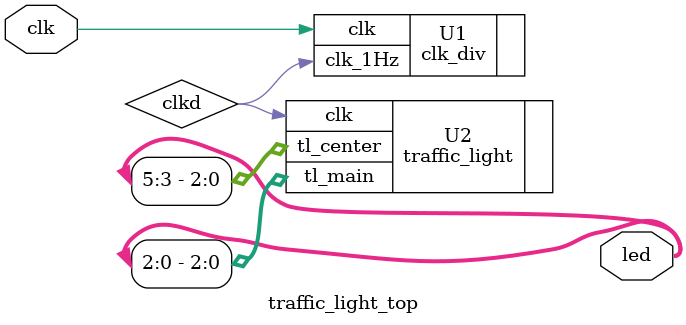
<source format=v>
`timescale 1ns / 1ps

module traffic_light_top(
    input clk,
    output [5:0] led
    );
    
    // Instantiate clock generator module and route signals
    clk_div       U1 (.clk(clk), .clk_1Hz(clkd));
    
    // Insantiate traffic light module and route signals
    traffic_light U2 (.clk(clkd), .tl_main(led[2:0]), .tl_center(led[5:3]));
    
endmodule
//
</source>
